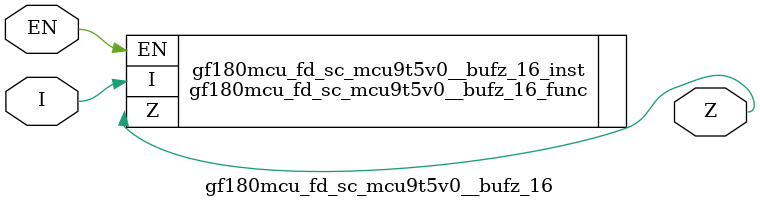
<source format=v>

module gf180mcu_fd_sc_mcu9t5v0__bufz_16( EN, I, Z );
input EN, I;
output Z;

   `ifdef FUNCTIONAL  //  functional //

	gf180mcu_fd_sc_mcu9t5v0__bufz_16_func gf180mcu_fd_sc_mcu9t5v0__bufz_16_behav_inst(.EN(EN),.I(I),.Z(Z));

   `else

	gf180mcu_fd_sc_mcu9t5v0__bufz_16_func gf180mcu_fd_sc_mcu9t5v0__bufz_16_inst(.EN(EN),.I(I),.Z(Z));

	// spec_gates_begin


	// spec_gates_end



   specify

	// specify_block_begin

	// comb arc EN --> Z
	 (EN => Z) = (1.0,1.0);

	// comb arc I --> Z
	 (I => Z) = (1.0,1.0);

	// specify_block_end

   endspecify

   `endif

endmodule

</source>
